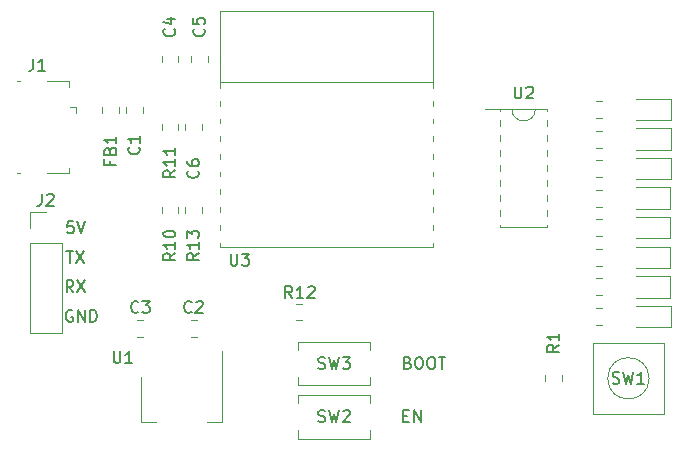
<source format=gbr>
G04 #@! TF.GenerationSoftware,KiCad,Pcbnew,(5.1.6)-1*
G04 #@! TF.CreationDate,2020-09-11T20:17:21+02:00*
G04 #@! TF.ProjectId,PacketVis,5061636b-6574-4566-9973-2e6b69636164,A01*
G04 #@! TF.SameCoordinates,Original*
G04 #@! TF.FileFunction,Legend,Top*
G04 #@! TF.FilePolarity,Positive*
%FSLAX46Y46*%
G04 Gerber Fmt 4.6, Leading zero omitted, Abs format (unit mm)*
G04 Created by KiCad (PCBNEW (5.1.6)-1) date 2020-09-11 20:17:21*
%MOMM*%
%LPD*%
G01*
G04 APERTURE LIST*
%ADD10C,0.150000*%
%ADD11C,0.200000*%
%ADD12C,0.120000*%
%ADD13C,2.000000*%
%ADD14O,1.802000X1.802000*%
%ADD15R,1.802000X1.802000*%
%ADD16R,4.102000X4.102000*%
%ADD17R,1.602000X1.002000*%
%ADD18R,1.652000X0.702000*%
%ADD19R,2.502000X2.202000*%
%ADD20R,1.652000X1.402000*%
%ADD21R,1.602000X2.102000*%
%ADD22R,3.902000X2.102000*%
%ADD23R,2.002000X1.302000*%
%ADD24O,2.002000X1.302000*%
%ADD25R,2.002000X1.602000*%
%ADD26C,1.552000*%
%ADD27R,1.452000X0.502000*%
G04 APERTURE END LIST*
D10*
X186989523Y-93452380D02*
X186513333Y-93452380D01*
X186465714Y-93928571D01*
X186513333Y-93880952D01*
X186608571Y-93833333D01*
X186846666Y-93833333D01*
X186941904Y-93880952D01*
X186989523Y-93928571D01*
X187037142Y-94023809D01*
X187037142Y-94261904D01*
X186989523Y-94357142D01*
X186941904Y-94404761D01*
X186846666Y-94452380D01*
X186608571Y-94452380D01*
X186513333Y-94404761D01*
X186465714Y-94357142D01*
X187322857Y-93452380D02*
X187656190Y-94452380D01*
X187989523Y-93452380D01*
X186918095Y-101000000D02*
X186822857Y-100952380D01*
X186680000Y-100952380D01*
X186537142Y-101000000D01*
X186441904Y-101095238D01*
X186394285Y-101190476D01*
X186346666Y-101380952D01*
X186346666Y-101523809D01*
X186394285Y-101714285D01*
X186441904Y-101809523D01*
X186537142Y-101904761D01*
X186680000Y-101952380D01*
X186775238Y-101952380D01*
X186918095Y-101904761D01*
X186965714Y-101857142D01*
X186965714Y-101523809D01*
X186775238Y-101523809D01*
X187394285Y-101952380D02*
X187394285Y-100952380D01*
X187965714Y-101952380D01*
X187965714Y-100952380D01*
X188441904Y-101952380D02*
X188441904Y-100952380D01*
X188680000Y-100952380D01*
X188822857Y-101000000D01*
X188918095Y-101095238D01*
X188965714Y-101190476D01*
X189013333Y-101380952D01*
X189013333Y-101523809D01*
X188965714Y-101714285D01*
X188918095Y-101809523D01*
X188822857Y-101904761D01*
X188680000Y-101952380D01*
X188441904Y-101952380D01*
X187013333Y-99452380D02*
X186680000Y-98976190D01*
X186441904Y-99452380D02*
X186441904Y-98452380D01*
X186822857Y-98452380D01*
X186918095Y-98500000D01*
X186965714Y-98547619D01*
X187013333Y-98642857D01*
X187013333Y-98785714D01*
X186965714Y-98880952D01*
X186918095Y-98928571D01*
X186822857Y-98976190D01*
X186441904Y-98976190D01*
X187346666Y-98452380D02*
X188013333Y-99452380D01*
X188013333Y-98452380D02*
X187346666Y-99452380D01*
X186418095Y-95952380D02*
X186989523Y-95952380D01*
X186703809Y-96952380D02*
X186703809Y-95952380D01*
X187227619Y-95952380D02*
X187894285Y-96952380D01*
X187894285Y-95952380D02*
X187227619Y-96952380D01*
D11*
X214941904Y-109928571D02*
X215275238Y-109928571D01*
X215418095Y-110452380D02*
X214941904Y-110452380D01*
X214941904Y-109452380D01*
X215418095Y-109452380D01*
X215846666Y-110452380D02*
X215846666Y-109452380D01*
X216418095Y-110452380D01*
X216418095Y-109452380D01*
X215322857Y-105428571D02*
X215465714Y-105476190D01*
X215513333Y-105523809D01*
X215560952Y-105619047D01*
X215560952Y-105761904D01*
X215513333Y-105857142D01*
X215465714Y-105904761D01*
X215370476Y-105952380D01*
X214989523Y-105952380D01*
X214989523Y-104952380D01*
X215322857Y-104952380D01*
X215418095Y-105000000D01*
X215465714Y-105047619D01*
X215513333Y-105142857D01*
X215513333Y-105238095D01*
X215465714Y-105333333D01*
X215418095Y-105380952D01*
X215322857Y-105428571D01*
X214989523Y-105428571D01*
X216180000Y-104952380D02*
X216370476Y-104952380D01*
X216465714Y-105000000D01*
X216560952Y-105095238D01*
X216608571Y-105285714D01*
X216608571Y-105619047D01*
X216560952Y-105809523D01*
X216465714Y-105904761D01*
X216370476Y-105952380D01*
X216180000Y-105952380D01*
X216084761Y-105904761D01*
X215989523Y-105809523D01*
X215941904Y-105619047D01*
X215941904Y-105285714D01*
X215989523Y-105095238D01*
X216084761Y-105000000D01*
X216180000Y-104952380D01*
X217227619Y-104952380D02*
X217418095Y-104952380D01*
X217513333Y-105000000D01*
X217608571Y-105095238D01*
X217656190Y-105285714D01*
X217656190Y-105619047D01*
X217608571Y-105809523D01*
X217513333Y-105904761D01*
X217418095Y-105952380D01*
X217227619Y-105952380D01*
X217132380Y-105904761D01*
X217037142Y-105809523D01*
X216989523Y-105619047D01*
X216989523Y-105285714D01*
X217037142Y-105095238D01*
X217132380Y-105000000D01*
X217227619Y-104952380D01*
X217941904Y-104952380D02*
X218513333Y-104952380D01*
X218227619Y-105952380D02*
X218227619Y-104952380D01*
D12*
X183350000Y-92670000D02*
X184680000Y-92670000D01*
X183350000Y-94000000D02*
X183350000Y-92670000D01*
X183350000Y-95270000D02*
X186010000Y-95270000D01*
X186010000Y-95270000D02*
X186010000Y-102950000D01*
X183350000Y-95270000D02*
X183350000Y-102950000D01*
X183350000Y-102950000D02*
X186010000Y-102950000D01*
X199430000Y-81650000D02*
X217430000Y-81650000D01*
X217430000Y-75650000D02*
X199430000Y-75650000D01*
X217430000Y-95650000D02*
X217430000Y-75650000D01*
X199430000Y-95650000D02*
X217430000Y-95650000D01*
X199430000Y-75650000D02*
X199430000Y-95650000D01*
X223130000Y-83945000D02*
X221880000Y-83945000D01*
X223130000Y-93945000D02*
X223130000Y-83945000D01*
X223130000Y-83945000D02*
X227130000Y-83945000D01*
X227130000Y-83945000D02*
X227130000Y-93945000D01*
X227130000Y-93945000D02*
X223130000Y-93945000D01*
X226130000Y-83945000D02*
G75*
G02*
X224130000Y-83945000I-1000000J0D01*
G01*
X206030000Y-107350000D02*
X206030000Y-103650000D01*
X206030000Y-103650000D02*
X212130000Y-103650000D01*
X212130000Y-103650000D02*
X212130000Y-107350000D01*
X212130000Y-107350000D02*
X206030000Y-107350000D01*
X209080000Y-103650000D02*
X212130000Y-103650000D01*
X206030000Y-111850000D02*
X206030000Y-108150000D01*
X206030000Y-108150000D02*
X212130000Y-108150000D01*
X212130000Y-108150000D02*
X212130000Y-111850000D01*
X212130000Y-111850000D02*
X206030000Y-111850000D01*
X209080000Y-108150000D02*
X212130000Y-108150000D01*
X231000000Y-103750000D02*
X237000000Y-103750000D01*
X237000000Y-103750000D02*
X237000000Y-109750000D01*
X231000000Y-109750000D02*
X231000000Y-103750000D01*
X235750000Y-106750000D02*
G75*
G03*
X235750000Y-106750000I-1750000J0D01*
G01*
X237000000Y-109750000D02*
X231000000Y-109750000D01*
X189470000Y-83741422D02*
X189470000Y-84258578D01*
X190890000Y-83741422D02*
X190890000Y-84258578D01*
X199590000Y-104400000D02*
X199590000Y-110410000D01*
X192770000Y-106650000D02*
X192770000Y-110410000D01*
X199590000Y-110410000D02*
X198330000Y-110410000D01*
X192770000Y-110410000D02*
X194030000Y-110410000D01*
X195890000Y-92758578D02*
X195890000Y-92241422D01*
X194470000Y-92758578D02*
X194470000Y-92241422D01*
X228390000Y-107008578D02*
X228390000Y-106491422D01*
X226970000Y-107008578D02*
X226970000Y-106491422D01*
X195890000Y-85758578D02*
X195890000Y-85241422D01*
X194470000Y-85758578D02*
X194470000Y-85241422D01*
X196470000Y-92241422D02*
X196470000Y-92758578D01*
X197890000Y-92241422D02*
X197890000Y-92758578D01*
X206388578Y-100420000D02*
X205871422Y-100420000D01*
X206388578Y-101840000D02*
X205871422Y-101840000D01*
X187192500Y-83800000D02*
X186742500Y-83800000D01*
X187192500Y-83800000D02*
X187192500Y-84250000D01*
X186642500Y-89400000D02*
X186642500Y-88950000D01*
X184792500Y-89400000D02*
X186642500Y-89400000D01*
X182242500Y-81600000D02*
X182492500Y-81600000D01*
X182242500Y-89400000D02*
X182492500Y-89400000D01*
X184792500Y-81600000D02*
X186642500Y-81600000D01*
X186642500Y-81600000D02*
X186642500Y-82050000D01*
X196983922Y-103210000D02*
X197501078Y-103210000D01*
X196983922Y-101790000D02*
X197501078Y-101790000D01*
X196470000Y-85241422D02*
X196470000Y-85758578D01*
X197890000Y-85241422D02*
X197890000Y-85758578D01*
X192938578Y-101790000D02*
X192421422Y-101790000D01*
X192938578Y-103210000D02*
X192421422Y-103210000D01*
X191470000Y-83741422D02*
X191470000Y-84258578D01*
X192890000Y-83741422D02*
X192890000Y-84258578D01*
X198390000Y-80008578D02*
X198390000Y-79491422D01*
X196970000Y-80008578D02*
X196970000Y-79491422D01*
X195890000Y-80008578D02*
X195890000Y-79491422D01*
X194470000Y-80008578D02*
X194470000Y-79491422D01*
X231251422Y-102210000D02*
X231768578Y-102210000D01*
X231251422Y-100790000D02*
X231768578Y-100790000D01*
X231251422Y-99710000D02*
X231768578Y-99710000D01*
X231251422Y-98290000D02*
X231768578Y-98290000D01*
X231251422Y-97210000D02*
X231768578Y-97210000D01*
X231251422Y-95790000D02*
X231768578Y-95790000D01*
X231251422Y-94710000D02*
X231768578Y-94710000D01*
X231251422Y-93290000D02*
X231768578Y-93290000D01*
X231251422Y-92210000D02*
X231768578Y-92210000D01*
X231251422Y-90790000D02*
X231768578Y-90790000D01*
X231251422Y-89710000D02*
X231768578Y-89710000D01*
X231251422Y-88290000D02*
X231768578Y-88290000D01*
X231251422Y-87210000D02*
X231768578Y-87210000D01*
X231251422Y-85790000D02*
X231768578Y-85790000D01*
X231251422Y-84710000D02*
X231768578Y-84710000D01*
X231251422Y-83290000D02*
X231768578Y-83290000D01*
X237565000Y-83090000D02*
X234680000Y-83090000D01*
X237565000Y-84910000D02*
X237565000Y-83090000D01*
X234680000Y-84910000D02*
X237565000Y-84910000D01*
X237565000Y-100590000D02*
X234680000Y-100590000D01*
X237565000Y-102410000D02*
X237565000Y-100590000D01*
X234680000Y-102410000D02*
X237565000Y-102410000D01*
X237527500Y-98090000D02*
X234642500Y-98090000D01*
X237527500Y-99910000D02*
X237527500Y-98090000D01*
X234642500Y-99910000D02*
X237527500Y-99910000D01*
X237527500Y-95590000D02*
X234642500Y-95590000D01*
X237527500Y-97410000D02*
X237527500Y-95590000D01*
X234642500Y-97410000D02*
X237527500Y-97410000D01*
X237527500Y-93090000D02*
X234642500Y-93090000D01*
X237527500Y-94910000D02*
X237527500Y-93090000D01*
X234642500Y-94910000D02*
X237527500Y-94910000D01*
X237527500Y-90590000D02*
X234642500Y-90590000D01*
X237527500Y-92410000D02*
X237527500Y-90590000D01*
X234642500Y-92410000D02*
X237527500Y-92410000D01*
X237565000Y-88090000D02*
X234680000Y-88090000D01*
X237565000Y-89910000D02*
X237565000Y-88090000D01*
X234680000Y-89910000D02*
X237565000Y-89910000D01*
X237565000Y-85590000D02*
X234680000Y-85590000D01*
X237565000Y-87410000D02*
X237565000Y-85590000D01*
X234680000Y-87410000D02*
X237565000Y-87410000D01*
D10*
X184346666Y-91122380D02*
X184346666Y-91836666D01*
X184299047Y-91979523D01*
X184203809Y-92074761D01*
X184060952Y-92122380D01*
X183965714Y-92122380D01*
X184775238Y-91217619D02*
X184822857Y-91170000D01*
X184918095Y-91122380D01*
X185156190Y-91122380D01*
X185251428Y-91170000D01*
X185299047Y-91217619D01*
X185346666Y-91312857D01*
X185346666Y-91408095D01*
X185299047Y-91550952D01*
X184727619Y-92122380D01*
X185346666Y-92122380D01*
X200318095Y-96202380D02*
X200318095Y-97011904D01*
X200365714Y-97107142D01*
X200413333Y-97154761D01*
X200508571Y-97202380D01*
X200699047Y-97202380D01*
X200794285Y-97154761D01*
X200841904Y-97107142D01*
X200889523Y-97011904D01*
X200889523Y-96202380D01*
X201270476Y-96202380D02*
X201889523Y-96202380D01*
X201556190Y-96583333D01*
X201699047Y-96583333D01*
X201794285Y-96630952D01*
X201841904Y-96678571D01*
X201889523Y-96773809D01*
X201889523Y-97011904D01*
X201841904Y-97107142D01*
X201794285Y-97154761D01*
X201699047Y-97202380D01*
X201413333Y-97202380D01*
X201318095Y-97154761D01*
X201270476Y-97107142D01*
X224368095Y-82047380D02*
X224368095Y-82856904D01*
X224415714Y-82952142D01*
X224463333Y-82999761D01*
X224558571Y-83047380D01*
X224749047Y-83047380D01*
X224844285Y-82999761D01*
X224891904Y-82952142D01*
X224939523Y-82856904D01*
X224939523Y-82047380D01*
X225368095Y-82142619D02*
X225415714Y-82095000D01*
X225510952Y-82047380D01*
X225749047Y-82047380D01*
X225844285Y-82095000D01*
X225891904Y-82142619D01*
X225939523Y-82237857D01*
X225939523Y-82333095D01*
X225891904Y-82475952D01*
X225320476Y-83047380D01*
X225939523Y-83047380D01*
X207746666Y-105904761D02*
X207889523Y-105952380D01*
X208127619Y-105952380D01*
X208222857Y-105904761D01*
X208270476Y-105857142D01*
X208318095Y-105761904D01*
X208318095Y-105666666D01*
X208270476Y-105571428D01*
X208222857Y-105523809D01*
X208127619Y-105476190D01*
X207937142Y-105428571D01*
X207841904Y-105380952D01*
X207794285Y-105333333D01*
X207746666Y-105238095D01*
X207746666Y-105142857D01*
X207794285Y-105047619D01*
X207841904Y-105000000D01*
X207937142Y-104952380D01*
X208175238Y-104952380D01*
X208318095Y-105000000D01*
X208651428Y-104952380D02*
X208889523Y-105952380D01*
X209080000Y-105238095D01*
X209270476Y-105952380D01*
X209508571Y-104952380D01*
X209794285Y-104952380D02*
X210413333Y-104952380D01*
X210080000Y-105333333D01*
X210222857Y-105333333D01*
X210318095Y-105380952D01*
X210365714Y-105428571D01*
X210413333Y-105523809D01*
X210413333Y-105761904D01*
X210365714Y-105857142D01*
X210318095Y-105904761D01*
X210222857Y-105952380D01*
X209937142Y-105952380D01*
X209841904Y-105904761D01*
X209794285Y-105857142D01*
X207746666Y-110404761D02*
X207889523Y-110452380D01*
X208127619Y-110452380D01*
X208222857Y-110404761D01*
X208270476Y-110357142D01*
X208318095Y-110261904D01*
X208318095Y-110166666D01*
X208270476Y-110071428D01*
X208222857Y-110023809D01*
X208127619Y-109976190D01*
X207937142Y-109928571D01*
X207841904Y-109880952D01*
X207794285Y-109833333D01*
X207746666Y-109738095D01*
X207746666Y-109642857D01*
X207794285Y-109547619D01*
X207841904Y-109500000D01*
X207937142Y-109452380D01*
X208175238Y-109452380D01*
X208318095Y-109500000D01*
X208651428Y-109452380D02*
X208889523Y-110452380D01*
X209080000Y-109738095D01*
X209270476Y-110452380D01*
X209508571Y-109452380D01*
X209841904Y-109547619D02*
X209889523Y-109500000D01*
X209984761Y-109452380D01*
X210222857Y-109452380D01*
X210318095Y-109500000D01*
X210365714Y-109547619D01*
X210413333Y-109642857D01*
X210413333Y-109738095D01*
X210365714Y-109880952D01*
X209794285Y-110452380D01*
X210413333Y-110452380D01*
X232666666Y-107154761D02*
X232809523Y-107202380D01*
X233047619Y-107202380D01*
X233142857Y-107154761D01*
X233190476Y-107107142D01*
X233238095Y-107011904D01*
X233238095Y-106916666D01*
X233190476Y-106821428D01*
X233142857Y-106773809D01*
X233047619Y-106726190D01*
X232857142Y-106678571D01*
X232761904Y-106630952D01*
X232714285Y-106583333D01*
X232666666Y-106488095D01*
X232666666Y-106392857D01*
X232714285Y-106297619D01*
X232761904Y-106250000D01*
X232857142Y-106202380D01*
X233095238Y-106202380D01*
X233238095Y-106250000D01*
X233571428Y-106202380D02*
X233809523Y-107202380D01*
X234000000Y-106488095D01*
X234190476Y-107202380D01*
X234428571Y-106202380D01*
X235333333Y-107202380D02*
X234761904Y-107202380D01*
X235047619Y-107202380D02*
X235047619Y-106202380D01*
X234952380Y-106345238D01*
X234857142Y-106440476D01*
X234761904Y-106488095D01*
X190108571Y-88333333D02*
X190108571Y-88666666D01*
X190632380Y-88666666D02*
X189632380Y-88666666D01*
X189632380Y-88190476D01*
X190108571Y-87476190D02*
X190156190Y-87333333D01*
X190203809Y-87285714D01*
X190299047Y-87238095D01*
X190441904Y-87238095D01*
X190537142Y-87285714D01*
X190584761Y-87333333D01*
X190632380Y-87428571D01*
X190632380Y-87809523D01*
X189632380Y-87809523D01*
X189632380Y-87476190D01*
X189680000Y-87380952D01*
X189727619Y-87333333D01*
X189822857Y-87285714D01*
X189918095Y-87285714D01*
X190013333Y-87333333D01*
X190060952Y-87380952D01*
X190108571Y-87476190D01*
X190108571Y-87809523D01*
X190632380Y-86285714D02*
X190632380Y-86857142D01*
X190632380Y-86571428D02*
X189632380Y-86571428D01*
X189775238Y-86666666D01*
X189870476Y-86761904D01*
X189918095Y-86857142D01*
X190418095Y-104452380D02*
X190418095Y-105261904D01*
X190465714Y-105357142D01*
X190513333Y-105404761D01*
X190608571Y-105452380D01*
X190799047Y-105452380D01*
X190894285Y-105404761D01*
X190941904Y-105357142D01*
X190989523Y-105261904D01*
X190989523Y-104452380D01*
X191989523Y-105452380D02*
X191418095Y-105452380D01*
X191703809Y-105452380D02*
X191703809Y-104452380D01*
X191608571Y-104595238D01*
X191513333Y-104690476D01*
X191418095Y-104738095D01*
X195632380Y-96142857D02*
X195156190Y-96476190D01*
X195632380Y-96714285D02*
X194632380Y-96714285D01*
X194632380Y-96333333D01*
X194680000Y-96238095D01*
X194727619Y-96190476D01*
X194822857Y-96142857D01*
X194965714Y-96142857D01*
X195060952Y-96190476D01*
X195108571Y-96238095D01*
X195156190Y-96333333D01*
X195156190Y-96714285D01*
X195632380Y-95190476D02*
X195632380Y-95761904D01*
X195632380Y-95476190D02*
X194632380Y-95476190D01*
X194775238Y-95571428D01*
X194870476Y-95666666D01*
X194918095Y-95761904D01*
X194632380Y-94571428D02*
X194632380Y-94476190D01*
X194680000Y-94380952D01*
X194727619Y-94333333D01*
X194822857Y-94285714D01*
X195013333Y-94238095D01*
X195251428Y-94238095D01*
X195441904Y-94285714D01*
X195537142Y-94333333D01*
X195584761Y-94380952D01*
X195632380Y-94476190D01*
X195632380Y-94571428D01*
X195584761Y-94666666D01*
X195537142Y-94714285D01*
X195441904Y-94761904D01*
X195251428Y-94809523D01*
X195013333Y-94809523D01*
X194822857Y-94761904D01*
X194727619Y-94714285D01*
X194680000Y-94666666D01*
X194632380Y-94571428D01*
X228132380Y-103916666D02*
X227656190Y-104250000D01*
X228132380Y-104488095D02*
X227132380Y-104488095D01*
X227132380Y-104107142D01*
X227180000Y-104011904D01*
X227227619Y-103964285D01*
X227322857Y-103916666D01*
X227465714Y-103916666D01*
X227560952Y-103964285D01*
X227608571Y-104011904D01*
X227656190Y-104107142D01*
X227656190Y-104488095D01*
X228132380Y-102964285D02*
X228132380Y-103535714D01*
X228132380Y-103250000D02*
X227132380Y-103250000D01*
X227275238Y-103345238D01*
X227370476Y-103440476D01*
X227418095Y-103535714D01*
X195632380Y-89142857D02*
X195156190Y-89476190D01*
X195632380Y-89714285D02*
X194632380Y-89714285D01*
X194632380Y-89333333D01*
X194680000Y-89238095D01*
X194727619Y-89190476D01*
X194822857Y-89142857D01*
X194965714Y-89142857D01*
X195060952Y-89190476D01*
X195108571Y-89238095D01*
X195156190Y-89333333D01*
X195156190Y-89714285D01*
X195632380Y-88190476D02*
X195632380Y-88761904D01*
X195632380Y-88476190D02*
X194632380Y-88476190D01*
X194775238Y-88571428D01*
X194870476Y-88666666D01*
X194918095Y-88761904D01*
X195632380Y-87238095D02*
X195632380Y-87809523D01*
X195632380Y-87523809D02*
X194632380Y-87523809D01*
X194775238Y-87619047D01*
X194870476Y-87714285D01*
X194918095Y-87809523D01*
X197632380Y-96142857D02*
X197156190Y-96476190D01*
X197632380Y-96714285D02*
X196632380Y-96714285D01*
X196632380Y-96333333D01*
X196680000Y-96238095D01*
X196727619Y-96190476D01*
X196822857Y-96142857D01*
X196965714Y-96142857D01*
X197060952Y-96190476D01*
X197108571Y-96238095D01*
X197156190Y-96333333D01*
X197156190Y-96714285D01*
X197632380Y-95190476D02*
X197632380Y-95761904D01*
X197632380Y-95476190D02*
X196632380Y-95476190D01*
X196775238Y-95571428D01*
X196870476Y-95666666D01*
X196918095Y-95761904D01*
X196632380Y-94857142D02*
X196632380Y-94238095D01*
X197013333Y-94571428D01*
X197013333Y-94428571D01*
X197060952Y-94333333D01*
X197108571Y-94285714D01*
X197203809Y-94238095D01*
X197441904Y-94238095D01*
X197537142Y-94285714D01*
X197584761Y-94333333D01*
X197632380Y-94428571D01*
X197632380Y-94714285D01*
X197584761Y-94809523D01*
X197537142Y-94857142D01*
X205537142Y-99952380D02*
X205203809Y-99476190D01*
X204965714Y-99952380D02*
X204965714Y-98952380D01*
X205346666Y-98952380D01*
X205441904Y-99000000D01*
X205489523Y-99047619D01*
X205537142Y-99142857D01*
X205537142Y-99285714D01*
X205489523Y-99380952D01*
X205441904Y-99428571D01*
X205346666Y-99476190D01*
X204965714Y-99476190D01*
X206489523Y-99952380D02*
X205918095Y-99952380D01*
X206203809Y-99952380D02*
X206203809Y-98952380D01*
X206108571Y-99095238D01*
X206013333Y-99190476D01*
X205918095Y-99238095D01*
X206870476Y-99047619D02*
X206918095Y-99000000D01*
X207013333Y-98952380D01*
X207251428Y-98952380D01*
X207346666Y-99000000D01*
X207394285Y-99047619D01*
X207441904Y-99142857D01*
X207441904Y-99238095D01*
X207394285Y-99380952D01*
X206822857Y-99952380D01*
X207441904Y-99952380D01*
X183596666Y-79702380D02*
X183596666Y-80416666D01*
X183549047Y-80559523D01*
X183453809Y-80654761D01*
X183310952Y-80702380D01*
X183215714Y-80702380D01*
X184596666Y-80702380D02*
X184025238Y-80702380D01*
X184310952Y-80702380D02*
X184310952Y-79702380D01*
X184215714Y-79845238D01*
X184120476Y-79940476D01*
X184025238Y-79988095D01*
X197013333Y-101107142D02*
X196965714Y-101154761D01*
X196822857Y-101202380D01*
X196727619Y-101202380D01*
X196584761Y-101154761D01*
X196489523Y-101059523D01*
X196441904Y-100964285D01*
X196394285Y-100773809D01*
X196394285Y-100630952D01*
X196441904Y-100440476D01*
X196489523Y-100345238D01*
X196584761Y-100250000D01*
X196727619Y-100202380D01*
X196822857Y-100202380D01*
X196965714Y-100250000D01*
X197013333Y-100297619D01*
X197394285Y-100297619D02*
X197441904Y-100250000D01*
X197537142Y-100202380D01*
X197775238Y-100202380D01*
X197870476Y-100250000D01*
X197918095Y-100297619D01*
X197965714Y-100392857D01*
X197965714Y-100488095D01*
X197918095Y-100630952D01*
X197346666Y-101202380D01*
X197965714Y-101202380D01*
X197537142Y-89166666D02*
X197584761Y-89214285D01*
X197632380Y-89357142D01*
X197632380Y-89452380D01*
X197584761Y-89595238D01*
X197489523Y-89690476D01*
X197394285Y-89738095D01*
X197203809Y-89785714D01*
X197060952Y-89785714D01*
X196870476Y-89738095D01*
X196775238Y-89690476D01*
X196680000Y-89595238D01*
X196632380Y-89452380D01*
X196632380Y-89357142D01*
X196680000Y-89214285D01*
X196727619Y-89166666D01*
X196632380Y-88309523D02*
X196632380Y-88500000D01*
X196680000Y-88595238D01*
X196727619Y-88642857D01*
X196870476Y-88738095D01*
X197060952Y-88785714D01*
X197441904Y-88785714D01*
X197537142Y-88738095D01*
X197584761Y-88690476D01*
X197632380Y-88595238D01*
X197632380Y-88404761D01*
X197584761Y-88309523D01*
X197537142Y-88261904D01*
X197441904Y-88214285D01*
X197203809Y-88214285D01*
X197108571Y-88261904D01*
X197060952Y-88309523D01*
X197013333Y-88404761D01*
X197013333Y-88595238D01*
X197060952Y-88690476D01*
X197108571Y-88738095D01*
X197203809Y-88785714D01*
X192513333Y-101107142D02*
X192465714Y-101154761D01*
X192322857Y-101202380D01*
X192227619Y-101202380D01*
X192084761Y-101154761D01*
X191989523Y-101059523D01*
X191941904Y-100964285D01*
X191894285Y-100773809D01*
X191894285Y-100630952D01*
X191941904Y-100440476D01*
X191989523Y-100345238D01*
X192084761Y-100250000D01*
X192227619Y-100202380D01*
X192322857Y-100202380D01*
X192465714Y-100250000D01*
X192513333Y-100297619D01*
X192846666Y-100202380D02*
X193465714Y-100202380D01*
X193132380Y-100583333D01*
X193275238Y-100583333D01*
X193370476Y-100630952D01*
X193418095Y-100678571D01*
X193465714Y-100773809D01*
X193465714Y-101011904D01*
X193418095Y-101107142D01*
X193370476Y-101154761D01*
X193275238Y-101202380D01*
X192989523Y-101202380D01*
X192894285Y-101154761D01*
X192846666Y-101107142D01*
X192537142Y-87166666D02*
X192584761Y-87214285D01*
X192632380Y-87357142D01*
X192632380Y-87452380D01*
X192584761Y-87595238D01*
X192489523Y-87690476D01*
X192394285Y-87738095D01*
X192203809Y-87785714D01*
X192060952Y-87785714D01*
X191870476Y-87738095D01*
X191775238Y-87690476D01*
X191680000Y-87595238D01*
X191632380Y-87452380D01*
X191632380Y-87357142D01*
X191680000Y-87214285D01*
X191727619Y-87166666D01*
X192632380Y-86214285D02*
X192632380Y-86785714D01*
X192632380Y-86500000D02*
X191632380Y-86500000D01*
X191775238Y-86595238D01*
X191870476Y-86690476D01*
X191918095Y-86785714D01*
X198037142Y-77166666D02*
X198084761Y-77214285D01*
X198132380Y-77357142D01*
X198132380Y-77452380D01*
X198084761Y-77595238D01*
X197989523Y-77690476D01*
X197894285Y-77738095D01*
X197703809Y-77785714D01*
X197560952Y-77785714D01*
X197370476Y-77738095D01*
X197275238Y-77690476D01*
X197180000Y-77595238D01*
X197132380Y-77452380D01*
X197132380Y-77357142D01*
X197180000Y-77214285D01*
X197227619Y-77166666D01*
X197132380Y-76261904D02*
X197132380Y-76738095D01*
X197608571Y-76785714D01*
X197560952Y-76738095D01*
X197513333Y-76642857D01*
X197513333Y-76404761D01*
X197560952Y-76309523D01*
X197608571Y-76261904D01*
X197703809Y-76214285D01*
X197941904Y-76214285D01*
X198037142Y-76261904D01*
X198084761Y-76309523D01*
X198132380Y-76404761D01*
X198132380Y-76642857D01*
X198084761Y-76738095D01*
X198037142Y-76785714D01*
X195537142Y-77166666D02*
X195584761Y-77214285D01*
X195632380Y-77357142D01*
X195632380Y-77452380D01*
X195584761Y-77595238D01*
X195489523Y-77690476D01*
X195394285Y-77738095D01*
X195203809Y-77785714D01*
X195060952Y-77785714D01*
X194870476Y-77738095D01*
X194775238Y-77690476D01*
X194680000Y-77595238D01*
X194632380Y-77452380D01*
X194632380Y-77357142D01*
X194680000Y-77214285D01*
X194727619Y-77166666D01*
X194965714Y-76309523D02*
X195632380Y-76309523D01*
X194584761Y-76547619D02*
X195299047Y-76785714D01*
X195299047Y-76166666D01*
%LPC*%
X212601428Y-116065476D02*
X212601428Y-114815476D01*
X213115714Y-114815476D01*
X213244285Y-114875000D01*
X213308571Y-114934523D01*
X213372857Y-115053571D01*
X213372857Y-115232142D01*
X213308571Y-115351190D01*
X213244285Y-115410714D01*
X213115714Y-115470238D01*
X212601428Y-115470238D01*
X214530000Y-116065476D02*
X214530000Y-115410714D01*
X214465714Y-115291666D01*
X214337142Y-115232142D01*
X214080000Y-115232142D01*
X213951428Y-115291666D01*
X214530000Y-116005952D02*
X214401428Y-116065476D01*
X214080000Y-116065476D01*
X213951428Y-116005952D01*
X213887142Y-115886904D01*
X213887142Y-115767857D01*
X213951428Y-115648809D01*
X214080000Y-115589285D01*
X214401428Y-115589285D01*
X214530000Y-115529761D01*
X215751428Y-116005952D02*
X215622857Y-116065476D01*
X215365714Y-116065476D01*
X215237142Y-116005952D01*
X215172857Y-115946428D01*
X215108571Y-115827380D01*
X215108571Y-115470238D01*
X215172857Y-115351190D01*
X215237142Y-115291666D01*
X215365714Y-115232142D01*
X215622857Y-115232142D01*
X215751428Y-115291666D01*
X216330000Y-116065476D02*
X216330000Y-114815476D01*
X216458571Y-115589285D02*
X216844285Y-116065476D01*
X216844285Y-115232142D02*
X216330000Y-115708333D01*
X217937142Y-116005952D02*
X217808571Y-116065476D01*
X217551428Y-116065476D01*
X217422857Y-116005952D01*
X217358571Y-115886904D01*
X217358571Y-115410714D01*
X217422857Y-115291666D01*
X217551428Y-115232142D01*
X217808571Y-115232142D01*
X217937142Y-115291666D01*
X218001428Y-115410714D01*
X218001428Y-115529761D01*
X217358571Y-115648809D01*
X218387142Y-115232142D02*
X218901428Y-115232142D01*
X218580000Y-114815476D02*
X218580000Y-115886904D01*
X218644285Y-116005952D01*
X218772857Y-116065476D01*
X218901428Y-116065476D01*
X219158571Y-114815476D02*
X219608571Y-116065476D01*
X220058571Y-114815476D01*
X220508571Y-116065476D02*
X220508571Y-115232142D01*
X220508571Y-114815476D02*
X220444285Y-114875000D01*
X220508571Y-114934523D01*
X220572857Y-114875000D01*
X220508571Y-114815476D01*
X220508571Y-114934523D01*
X221087142Y-116005952D02*
X221215714Y-116065476D01*
X221472857Y-116065476D01*
X221601428Y-116005952D01*
X221665714Y-115886904D01*
X221665714Y-115827380D01*
X221601428Y-115708333D01*
X221472857Y-115648809D01*
X221280000Y-115648809D01*
X221151428Y-115589285D01*
X221087142Y-115470238D01*
X221087142Y-115410714D01*
X221151428Y-115291666D01*
X221280000Y-115232142D01*
X221472857Y-115232142D01*
X221601428Y-115291666D01*
X224044285Y-116065476D02*
X223594285Y-115470238D01*
X223272857Y-116065476D02*
X223272857Y-114815476D01*
X223787142Y-114815476D01*
X223915714Y-114875000D01*
X223980000Y-114934523D01*
X224044285Y-115053571D01*
X224044285Y-115232142D01*
X223980000Y-115351190D01*
X223915714Y-115410714D01*
X223787142Y-115470238D01*
X223272857Y-115470238D01*
X224622857Y-115410714D02*
X225072857Y-115410714D01*
X225265714Y-116065476D02*
X224622857Y-116065476D01*
X224622857Y-114815476D01*
X225265714Y-114815476D01*
X225651428Y-114815476D02*
X226101428Y-116065476D01*
X226551428Y-114815476D01*
X227001428Y-115946428D02*
X227065714Y-116005952D01*
X227001428Y-116065476D01*
X226937142Y-116005952D01*
X227001428Y-115946428D01*
X227001428Y-116065476D01*
X227001428Y-115291666D02*
X227065714Y-115351190D01*
X227001428Y-115410714D01*
X226937142Y-115351190D01*
X227001428Y-115291666D01*
X227001428Y-115410714D01*
X228608571Y-115708333D02*
X229251428Y-115708333D01*
X228480000Y-116065476D02*
X228930000Y-114815476D01*
X229380000Y-116065476D01*
X230087142Y-114815476D02*
X230215714Y-114815476D01*
X230344285Y-114875000D01*
X230408571Y-114934523D01*
X230472857Y-115053571D01*
X230537142Y-115291666D01*
X230537142Y-115589285D01*
X230472857Y-115827380D01*
X230408571Y-115946428D01*
X230344285Y-116005952D01*
X230215714Y-116065476D01*
X230087142Y-116065476D01*
X229958571Y-116005952D01*
X229894285Y-115946428D01*
X229830000Y-115827380D01*
X229765714Y-115589285D01*
X229765714Y-115291666D01*
X229830000Y-115053571D01*
X229894285Y-114934523D01*
X229958571Y-114875000D01*
X230087142Y-114815476D01*
X231051428Y-114934523D02*
X231115714Y-114875000D01*
X231244285Y-114815476D01*
X231565714Y-114815476D01*
X231694285Y-114875000D01*
X231758571Y-114934523D01*
X231822857Y-115053571D01*
X231822857Y-115172619D01*
X231758571Y-115351190D01*
X230987142Y-116065476D01*
X231822857Y-116065476D01*
D13*
X188180000Y-79000000D02*
G75*
G03*
X188180000Y-79000000I-1000000J0D01*
G01*
X236680000Y-79000000D02*
G75*
G03*
X236680000Y-79000000I-1000000J0D01*
G01*
D14*
X184680000Y-101620000D03*
X184680000Y-99080000D03*
X184680000Y-96540000D03*
D15*
X184680000Y-94000000D03*
D16*
X209530000Y-91260000D03*
D17*
X217180000Y-82750000D03*
X217180000Y-84250000D03*
X217180000Y-85750000D03*
X217180000Y-87250000D03*
X217180000Y-88750000D03*
X217180000Y-90250000D03*
X217180000Y-91750000D03*
X217180000Y-93250000D03*
X217180000Y-94750000D03*
X199680000Y-94750000D03*
X199680000Y-93250000D03*
X199680000Y-91750000D03*
X199680000Y-90250000D03*
X199680000Y-88750000D03*
X199680000Y-87250000D03*
X199680000Y-85750000D03*
X199680000Y-84250000D03*
X199680000Y-82750000D03*
D18*
X227830000Y-84500000D03*
X227830000Y-85770000D03*
X227830000Y-87040000D03*
X227830000Y-88310000D03*
X227830000Y-89580000D03*
X227830000Y-90850000D03*
X227830000Y-92120000D03*
X227830000Y-93390000D03*
X222430000Y-93390000D03*
X222430000Y-92120000D03*
X222430000Y-90850000D03*
X222430000Y-89580000D03*
X222430000Y-88310000D03*
X222430000Y-87040000D03*
X222430000Y-85770000D03*
X222430000Y-84500000D03*
D19*
X205180000Y-105500000D03*
X212980000Y-105500000D03*
X205180000Y-110000000D03*
X212980000Y-110000000D03*
D20*
X237975000Y-104500000D03*
X237975000Y-109000000D03*
X230025000Y-109000000D03*
X230025000Y-104500000D03*
G36*
G01*
X189698250Y-84399000D02*
X190661750Y-84399000D01*
G75*
G02*
X190931000Y-84668250I0J-269250D01*
G01*
X190931000Y-85206750D01*
G75*
G02*
X190661750Y-85476000I-269250J0D01*
G01*
X189698250Y-85476000D01*
G75*
G02*
X189429000Y-85206750I0J269250D01*
G01*
X189429000Y-84668250D01*
G75*
G02*
X189698250Y-84399000I269250J0D01*
G01*
G37*
G36*
G01*
X189698250Y-82524000D02*
X190661750Y-82524000D01*
G75*
G02*
X190931000Y-82793250I0J-269250D01*
G01*
X190931000Y-83331750D01*
G75*
G02*
X190661750Y-83601000I-269250J0D01*
G01*
X189698250Y-83601000D01*
G75*
G02*
X189429000Y-83331750I0J269250D01*
G01*
X189429000Y-82793250D01*
G75*
G02*
X189698250Y-82524000I269250J0D01*
G01*
G37*
D21*
X198480000Y-105350000D03*
X193880000Y-105350000D03*
X196180000Y-105350000D03*
D22*
X196180000Y-111650000D03*
G36*
G01*
X195661750Y-92101000D02*
X194698250Y-92101000D01*
G75*
G02*
X194429000Y-91831750I0J269250D01*
G01*
X194429000Y-91293250D01*
G75*
G02*
X194698250Y-91024000I269250J0D01*
G01*
X195661750Y-91024000D01*
G75*
G02*
X195931000Y-91293250I0J-269250D01*
G01*
X195931000Y-91831750D01*
G75*
G02*
X195661750Y-92101000I-269250J0D01*
G01*
G37*
G36*
G01*
X195661750Y-93976000D02*
X194698250Y-93976000D01*
G75*
G02*
X194429000Y-93706750I0J269250D01*
G01*
X194429000Y-93168250D01*
G75*
G02*
X194698250Y-92899000I269250J0D01*
G01*
X195661750Y-92899000D01*
G75*
G02*
X195931000Y-93168250I0J-269250D01*
G01*
X195931000Y-93706750D01*
G75*
G02*
X195661750Y-93976000I-269250J0D01*
G01*
G37*
G36*
G01*
X228161750Y-106351000D02*
X227198250Y-106351000D01*
G75*
G02*
X226929000Y-106081750I0J269250D01*
G01*
X226929000Y-105543250D01*
G75*
G02*
X227198250Y-105274000I269250J0D01*
G01*
X228161750Y-105274000D01*
G75*
G02*
X228431000Y-105543250I0J-269250D01*
G01*
X228431000Y-106081750D01*
G75*
G02*
X228161750Y-106351000I-269250J0D01*
G01*
G37*
G36*
G01*
X228161750Y-108226000D02*
X227198250Y-108226000D01*
G75*
G02*
X226929000Y-107956750I0J269250D01*
G01*
X226929000Y-107418250D01*
G75*
G02*
X227198250Y-107149000I269250J0D01*
G01*
X228161750Y-107149000D01*
G75*
G02*
X228431000Y-107418250I0J-269250D01*
G01*
X228431000Y-107956750D01*
G75*
G02*
X228161750Y-108226000I-269250J0D01*
G01*
G37*
G36*
G01*
X195661750Y-85101000D02*
X194698250Y-85101000D01*
G75*
G02*
X194429000Y-84831750I0J269250D01*
G01*
X194429000Y-84293250D01*
G75*
G02*
X194698250Y-84024000I269250J0D01*
G01*
X195661750Y-84024000D01*
G75*
G02*
X195931000Y-84293250I0J-269250D01*
G01*
X195931000Y-84831750D01*
G75*
G02*
X195661750Y-85101000I-269250J0D01*
G01*
G37*
G36*
G01*
X195661750Y-86976000D02*
X194698250Y-86976000D01*
G75*
G02*
X194429000Y-86706750I0J269250D01*
G01*
X194429000Y-86168250D01*
G75*
G02*
X194698250Y-85899000I269250J0D01*
G01*
X195661750Y-85899000D01*
G75*
G02*
X195931000Y-86168250I0J-269250D01*
G01*
X195931000Y-86706750D01*
G75*
G02*
X195661750Y-86976000I-269250J0D01*
G01*
G37*
G36*
G01*
X196698250Y-92899000D02*
X197661750Y-92899000D01*
G75*
G02*
X197931000Y-93168250I0J-269250D01*
G01*
X197931000Y-93706750D01*
G75*
G02*
X197661750Y-93976000I-269250J0D01*
G01*
X196698250Y-93976000D01*
G75*
G02*
X196429000Y-93706750I0J269250D01*
G01*
X196429000Y-93168250D01*
G75*
G02*
X196698250Y-92899000I269250J0D01*
G01*
G37*
G36*
G01*
X196698250Y-91024000D02*
X197661750Y-91024000D01*
G75*
G02*
X197931000Y-91293250I0J-269250D01*
G01*
X197931000Y-91831750D01*
G75*
G02*
X197661750Y-92101000I-269250J0D01*
G01*
X196698250Y-92101000D01*
G75*
G02*
X196429000Y-91831750I0J269250D01*
G01*
X196429000Y-91293250D01*
G75*
G02*
X196698250Y-91024000I269250J0D01*
G01*
G37*
G36*
G01*
X205731000Y-100648250D02*
X205731000Y-101611750D01*
G75*
G02*
X205461750Y-101881000I-269250J0D01*
G01*
X204923250Y-101881000D01*
G75*
G02*
X204654000Y-101611750I0J269250D01*
G01*
X204654000Y-100648250D01*
G75*
G02*
X204923250Y-100379000I269250J0D01*
G01*
X205461750Y-100379000D01*
G75*
G02*
X205731000Y-100648250I0J-269250D01*
G01*
G37*
G36*
G01*
X207606000Y-100648250D02*
X207606000Y-101611750D01*
G75*
G02*
X207336750Y-101881000I-269250J0D01*
G01*
X206798250Y-101881000D01*
G75*
G02*
X206529000Y-101611750I0J269250D01*
G01*
X206529000Y-100648250D01*
G75*
G02*
X206798250Y-100379000I269250J0D01*
G01*
X207336750Y-100379000D01*
G75*
G02*
X207606000Y-100648250I0J-269250D01*
G01*
G37*
D23*
X183642500Y-82600000D03*
X183642500Y-88400000D03*
D24*
X183642500Y-89000000D03*
X183642500Y-82000000D03*
D25*
X183642500Y-84500000D03*
D26*
X186342500Y-88000000D03*
D27*
X186342500Y-85500000D03*
X186342500Y-86150000D03*
X186342500Y-86800000D03*
X186342500Y-84200000D03*
X186342500Y-84850000D03*
D26*
X186342500Y-83000000D03*
D25*
X183642500Y-86500000D03*
G36*
G01*
X197641500Y-102981750D02*
X197641500Y-102018250D01*
G75*
G02*
X197910750Y-101749000I269250J0D01*
G01*
X198449250Y-101749000D01*
G75*
G02*
X198718500Y-102018250I0J-269250D01*
G01*
X198718500Y-102981750D01*
G75*
G02*
X198449250Y-103251000I-269250J0D01*
G01*
X197910750Y-103251000D01*
G75*
G02*
X197641500Y-102981750I0J269250D01*
G01*
G37*
G36*
G01*
X195766500Y-102981750D02*
X195766500Y-102018250D01*
G75*
G02*
X196035750Y-101749000I269250J0D01*
G01*
X196574250Y-101749000D01*
G75*
G02*
X196843500Y-102018250I0J-269250D01*
G01*
X196843500Y-102981750D01*
G75*
G02*
X196574250Y-103251000I-269250J0D01*
G01*
X196035750Y-103251000D01*
G75*
G02*
X195766500Y-102981750I0J269250D01*
G01*
G37*
G36*
G01*
X196698250Y-85899000D02*
X197661750Y-85899000D01*
G75*
G02*
X197931000Y-86168250I0J-269250D01*
G01*
X197931000Y-86706750D01*
G75*
G02*
X197661750Y-86976000I-269250J0D01*
G01*
X196698250Y-86976000D01*
G75*
G02*
X196429000Y-86706750I0J269250D01*
G01*
X196429000Y-86168250D01*
G75*
G02*
X196698250Y-85899000I269250J0D01*
G01*
G37*
G36*
G01*
X196698250Y-84024000D02*
X197661750Y-84024000D01*
G75*
G02*
X197931000Y-84293250I0J-269250D01*
G01*
X197931000Y-84831750D01*
G75*
G02*
X197661750Y-85101000I-269250J0D01*
G01*
X196698250Y-85101000D01*
G75*
G02*
X196429000Y-84831750I0J269250D01*
G01*
X196429000Y-84293250D01*
G75*
G02*
X196698250Y-84024000I269250J0D01*
G01*
G37*
G36*
G01*
X192281000Y-102018250D02*
X192281000Y-102981750D01*
G75*
G02*
X192011750Y-103251000I-269250J0D01*
G01*
X191473250Y-103251000D01*
G75*
G02*
X191204000Y-102981750I0J269250D01*
G01*
X191204000Y-102018250D01*
G75*
G02*
X191473250Y-101749000I269250J0D01*
G01*
X192011750Y-101749000D01*
G75*
G02*
X192281000Y-102018250I0J-269250D01*
G01*
G37*
G36*
G01*
X194156000Y-102018250D02*
X194156000Y-102981750D01*
G75*
G02*
X193886750Y-103251000I-269250J0D01*
G01*
X193348250Y-103251000D01*
G75*
G02*
X193079000Y-102981750I0J269250D01*
G01*
X193079000Y-102018250D01*
G75*
G02*
X193348250Y-101749000I269250J0D01*
G01*
X193886750Y-101749000D01*
G75*
G02*
X194156000Y-102018250I0J-269250D01*
G01*
G37*
G36*
G01*
X191698250Y-84399000D02*
X192661750Y-84399000D01*
G75*
G02*
X192931000Y-84668250I0J-269250D01*
G01*
X192931000Y-85206750D01*
G75*
G02*
X192661750Y-85476000I-269250J0D01*
G01*
X191698250Y-85476000D01*
G75*
G02*
X191429000Y-85206750I0J269250D01*
G01*
X191429000Y-84668250D01*
G75*
G02*
X191698250Y-84399000I269250J0D01*
G01*
G37*
G36*
G01*
X191698250Y-82524000D02*
X192661750Y-82524000D01*
G75*
G02*
X192931000Y-82793250I0J-269250D01*
G01*
X192931000Y-83331750D01*
G75*
G02*
X192661750Y-83601000I-269250J0D01*
G01*
X191698250Y-83601000D01*
G75*
G02*
X191429000Y-83331750I0J269250D01*
G01*
X191429000Y-82793250D01*
G75*
G02*
X191698250Y-82524000I269250J0D01*
G01*
G37*
G36*
G01*
X198161750Y-79351000D02*
X197198250Y-79351000D01*
G75*
G02*
X196929000Y-79081750I0J269250D01*
G01*
X196929000Y-78543250D01*
G75*
G02*
X197198250Y-78274000I269250J0D01*
G01*
X198161750Y-78274000D01*
G75*
G02*
X198431000Y-78543250I0J-269250D01*
G01*
X198431000Y-79081750D01*
G75*
G02*
X198161750Y-79351000I-269250J0D01*
G01*
G37*
G36*
G01*
X198161750Y-81226000D02*
X197198250Y-81226000D01*
G75*
G02*
X196929000Y-80956750I0J269250D01*
G01*
X196929000Y-80418250D01*
G75*
G02*
X197198250Y-80149000I269250J0D01*
G01*
X198161750Y-80149000D01*
G75*
G02*
X198431000Y-80418250I0J-269250D01*
G01*
X198431000Y-80956750D01*
G75*
G02*
X198161750Y-81226000I-269250J0D01*
G01*
G37*
G36*
G01*
X195661750Y-79351000D02*
X194698250Y-79351000D01*
G75*
G02*
X194429000Y-79081750I0J269250D01*
G01*
X194429000Y-78543250D01*
G75*
G02*
X194698250Y-78274000I269250J0D01*
G01*
X195661750Y-78274000D01*
G75*
G02*
X195931000Y-78543250I0J-269250D01*
G01*
X195931000Y-79081750D01*
G75*
G02*
X195661750Y-79351000I-269250J0D01*
G01*
G37*
G36*
G01*
X195661750Y-81226000D02*
X194698250Y-81226000D01*
G75*
G02*
X194429000Y-80956750I0J269250D01*
G01*
X194429000Y-80418250D01*
G75*
G02*
X194698250Y-80149000I269250J0D01*
G01*
X195661750Y-80149000D01*
G75*
G02*
X195931000Y-80418250I0J-269250D01*
G01*
X195931000Y-80956750D01*
G75*
G02*
X195661750Y-81226000I-269250J0D01*
G01*
G37*
G36*
G01*
X231909000Y-101981750D02*
X231909000Y-101018250D01*
G75*
G02*
X232178250Y-100749000I269250J0D01*
G01*
X232716750Y-100749000D01*
G75*
G02*
X232986000Y-101018250I0J-269250D01*
G01*
X232986000Y-101981750D01*
G75*
G02*
X232716750Y-102251000I-269250J0D01*
G01*
X232178250Y-102251000D01*
G75*
G02*
X231909000Y-101981750I0J269250D01*
G01*
G37*
G36*
G01*
X230034000Y-101981750D02*
X230034000Y-101018250D01*
G75*
G02*
X230303250Y-100749000I269250J0D01*
G01*
X230841750Y-100749000D01*
G75*
G02*
X231111000Y-101018250I0J-269250D01*
G01*
X231111000Y-101981750D01*
G75*
G02*
X230841750Y-102251000I-269250J0D01*
G01*
X230303250Y-102251000D01*
G75*
G02*
X230034000Y-101981750I0J269250D01*
G01*
G37*
G36*
G01*
X231909000Y-99481750D02*
X231909000Y-98518250D01*
G75*
G02*
X232178250Y-98249000I269250J0D01*
G01*
X232716750Y-98249000D01*
G75*
G02*
X232986000Y-98518250I0J-269250D01*
G01*
X232986000Y-99481750D01*
G75*
G02*
X232716750Y-99751000I-269250J0D01*
G01*
X232178250Y-99751000D01*
G75*
G02*
X231909000Y-99481750I0J269250D01*
G01*
G37*
G36*
G01*
X230034000Y-99481750D02*
X230034000Y-98518250D01*
G75*
G02*
X230303250Y-98249000I269250J0D01*
G01*
X230841750Y-98249000D01*
G75*
G02*
X231111000Y-98518250I0J-269250D01*
G01*
X231111000Y-99481750D01*
G75*
G02*
X230841750Y-99751000I-269250J0D01*
G01*
X230303250Y-99751000D01*
G75*
G02*
X230034000Y-99481750I0J269250D01*
G01*
G37*
G36*
G01*
X231909000Y-96981750D02*
X231909000Y-96018250D01*
G75*
G02*
X232178250Y-95749000I269250J0D01*
G01*
X232716750Y-95749000D01*
G75*
G02*
X232986000Y-96018250I0J-269250D01*
G01*
X232986000Y-96981750D01*
G75*
G02*
X232716750Y-97251000I-269250J0D01*
G01*
X232178250Y-97251000D01*
G75*
G02*
X231909000Y-96981750I0J269250D01*
G01*
G37*
G36*
G01*
X230034000Y-96981750D02*
X230034000Y-96018250D01*
G75*
G02*
X230303250Y-95749000I269250J0D01*
G01*
X230841750Y-95749000D01*
G75*
G02*
X231111000Y-96018250I0J-269250D01*
G01*
X231111000Y-96981750D01*
G75*
G02*
X230841750Y-97251000I-269250J0D01*
G01*
X230303250Y-97251000D01*
G75*
G02*
X230034000Y-96981750I0J269250D01*
G01*
G37*
G36*
G01*
X231909000Y-94481750D02*
X231909000Y-93518250D01*
G75*
G02*
X232178250Y-93249000I269250J0D01*
G01*
X232716750Y-93249000D01*
G75*
G02*
X232986000Y-93518250I0J-269250D01*
G01*
X232986000Y-94481750D01*
G75*
G02*
X232716750Y-94751000I-269250J0D01*
G01*
X232178250Y-94751000D01*
G75*
G02*
X231909000Y-94481750I0J269250D01*
G01*
G37*
G36*
G01*
X230034000Y-94481750D02*
X230034000Y-93518250D01*
G75*
G02*
X230303250Y-93249000I269250J0D01*
G01*
X230841750Y-93249000D01*
G75*
G02*
X231111000Y-93518250I0J-269250D01*
G01*
X231111000Y-94481750D01*
G75*
G02*
X230841750Y-94751000I-269250J0D01*
G01*
X230303250Y-94751000D01*
G75*
G02*
X230034000Y-94481750I0J269250D01*
G01*
G37*
G36*
G01*
X231909000Y-91981750D02*
X231909000Y-91018250D01*
G75*
G02*
X232178250Y-90749000I269250J0D01*
G01*
X232716750Y-90749000D01*
G75*
G02*
X232986000Y-91018250I0J-269250D01*
G01*
X232986000Y-91981750D01*
G75*
G02*
X232716750Y-92251000I-269250J0D01*
G01*
X232178250Y-92251000D01*
G75*
G02*
X231909000Y-91981750I0J269250D01*
G01*
G37*
G36*
G01*
X230034000Y-91981750D02*
X230034000Y-91018250D01*
G75*
G02*
X230303250Y-90749000I269250J0D01*
G01*
X230841750Y-90749000D01*
G75*
G02*
X231111000Y-91018250I0J-269250D01*
G01*
X231111000Y-91981750D01*
G75*
G02*
X230841750Y-92251000I-269250J0D01*
G01*
X230303250Y-92251000D01*
G75*
G02*
X230034000Y-91981750I0J269250D01*
G01*
G37*
G36*
G01*
X231909000Y-89481750D02*
X231909000Y-88518250D01*
G75*
G02*
X232178250Y-88249000I269250J0D01*
G01*
X232716750Y-88249000D01*
G75*
G02*
X232986000Y-88518250I0J-269250D01*
G01*
X232986000Y-89481750D01*
G75*
G02*
X232716750Y-89751000I-269250J0D01*
G01*
X232178250Y-89751000D01*
G75*
G02*
X231909000Y-89481750I0J269250D01*
G01*
G37*
G36*
G01*
X230034000Y-89481750D02*
X230034000Y-88518250D01*
G75*
G02*
X230303250Y-88249000I269250J0D01*
G01*
X230841750Y-88249000D01*
G75*
G02*
X231111000Y-88518250I0J-269250D01*
G01*
X231111000Y-89481750D01*
G75*
G02*
X230841750Y-89751000I-269250J0D01*
G01*
X230303250Y-89751000D01*
G75*
G02*
X230034000Y-89481750I0J269250D01*
G01*
G37*
G36*
G01*
X231909000Y-86981750D02*
X231909000Y-86018250D01*
G75*
G02*
X232178250Y-85749000I269250J0D01*
G01*
X232716750Y-85749000D01*
G75*
G02*
X232986000Y-86018250I0J-269250D01*
G01*
X232986000Y-86981750D01*
G75*
G02*
X232716750Y-87251000I-269250J0D01*
G01*
X232178250Y-87251000D01*
G75*
G02*
X231909000Y-86981750I0J269250D01*
G01*
G37*
G36*
G01*
X230034000Y-86981750D02*
X230034000Y-86018250D01*
G75*
G02*
X230303250Y-85749000I269250J0D01*
G01*
X230841750Y-85749000D01*
G75*
G02*
X231111000Y-86018250I0J-269250D01*
G01*
X231111000Y-86981750D01*
G75*
G02*
X230841750Y-87251000I-269250J0D01*
G01*
X230303250Y-87251000D01*
G75*
G02*
X230034000Y-86981750I0J269250D01*
G01*
G37*
G36*
G01*
X231909000Y-84481750D02*
X231909000Y-83518250D01*
G75*
G02*
X232178250Y-83249000I269250J0D01*
G01*
X232716750Y-83249000D01*
G75*
G02*
X232986000Y-83518250I0J-269250D01*
G01*
X232986000Y-84481750D01*
G75*
G02*
X232716750Y-84751000I-269250J0D01*
G01*
X232178250Y-84751000D01*
G75*
G02*
X231909000Y-84481750I0J269250D01*
G01*
G37*
G36*
G01*
X230034000Y-84481750D02*
X230034000Y-83518250D01*
G75*
G02*
X230303250Y-83249000I269250J0D01*
G01*
X230841750Y-83249000D01*
G75*
G02*
X231111000Y-83518250I0J-269250D01*
G01*
X231111000Y-84481750D01*
G75*
G02*
X230841750Y-84751000I-269250J0D01*
G01*
X230303250Y-84751000D01*
G75*
G02*
X230034000Y-84481750I0J269250D01*
G01*
G37*
G36*
G01*
X235431000Y-83568615D02*
X235431000Y-84431385D01*
G75*
G02*
X235161385Y-84701000I-269615J0D01*
G01*
X234273615Y-84701000D01*
G75*
G02*
X234004000Y-84431385I0J269615D01*
G01*
X234004000Y-83568615D01*
G75*
G02*
X234273615Y-83299000I269615J0D01*
G01*
X235161385Y-83299000D01*
G75*
G02*
X235431000Y-83568615I0J-269615D01*
G01*
G37*
G36*
G01*
X237356000Y-83568615D02*
X237356000Y-84431385D01*
G75*
G02*
X237086385Y-84701000I-269615J0D01*
G01*
X236198615Y-84701000D01*
G75*
G02*
X235929000Y-84431385I0J269615D01*
G01*
X235929000Y-83568615D01*
G75*
G02*
X236198615Y-83299000I269615J0D01*
G01*
X237086385Y-83299000D01*
G75*
G02*
X237356000Y-83568615I0J-269615D01*
G01*
G37*
G36*
G01*
X235431000Y-101068615D02*
X235431000Y-101931385D01*
G75*
G02*
X235161385Y-102201000I-269615J0D01*
G01*
X234273615Y-102201000D01*
G75*
G02*
X234004000Y-101931385I0J269615D01*
G01*
X234004000Y-101068615D01*
G75*
G02*
X234273615Y-100799000I269615J0D01*
G01*
X235161385Y-100799000D01*
G75*
G02*
X235431000Y-101068615I0J-269615D01*
G01*
G37*
G36*
G01*
X237356000Y-101068615D02*
X237356000Y-101931385D01*
G75*
G02*
X237086385Y-102201000I-269615J0D01*
G01*
X236198615Y-102201000D01*
G75*
G02*
X235929000Y-101931385I0J269615D01*
G01*
X235929000Y-101068615D01*
G75*
G02*
X236198615Y-100799000I269615J0D01*
G01*
X237086385Y-100799000D01*
G75*
G02*
X237356000Y-101068615I0J-269615D01*
G01*
G37*
G36*
G01*
X235393500Y-98568615D02*
X235393500Y-99431385D01*
G75*
G02*
X235123885Y-99701000I-269615J0D01*
G01*
X234236115Y-99701000D01*
G75*
G02*
X233966500Y-99431385I0J269615D01*
G01*
X233966500Y-98568615D01*
G75*
G02*
X234236115Y-98299000I269615J0D01*
G01*
X235123885Y-98299000D01*
G75*
G02*
X235393500Y-98568615I0J-269615D01*
G01*
G37*
G36*
G01*
X237318500Y-98568615D02*
X237318500Y-99431385D01*
G75*
G02*
X237048885Y-99701000I-269615J0D01*
G01*
X236161115Y-99701000D01*
G75*
G02*
X235891500Y-99431385I0J269615D01*
G01*
X235891500Y-98568615D01*
G75*
G02*
X236161115Y-98299000I269615J0D01*
G01*
X237048885Y-98299000D01*
G75*
G02*
X237318500Y-98568615I0J-269615D01*
G01*
G37*
G36*
G01*
X235393500Y-96068615D02*
X235393500Y-96931385D01*
G75*
G02*
X235123885Y-97201000I-269615J0D01*
G01*
X234236115Y-97201000D01*
G75*
G02*
X233966500Y-96931385I0J269615D01*
G01*
X233966500Y-96068615D01*
G75*
G02*
X234236115Y-95799000I269615J0D01*
G01*
X235123885Y-95799000D01*
G75*
G02*
X235393500Y-96068615I0J-269615D01*
G01*
G37*
G36*
G01*
X237318500Y-96068615D02*
X237318500Y-96931385D01*
G75*
G02*
X237048885Y-97201000I-269615J0D01*
G01*
X236161115Y-97201000D01*
G75*
G02*
X235891500Y-96931385I0J269615D01*
G01*
X235891500Y-96068615D01*
G75*
G02*
X236161115Y-95799000I269615J0D01*
G01*
X237048885Y-95799000D01*
G75*
G02*
X237318500Y-96068615I0J-269615D01*
G01*
G37*
G36*
G01*
X235393500Y-93568615D02*
X235393500Y-94431385D01*
G75*
G02*
X235123885Y-94701000I-269615J0D01*
G01*
X234236115Y-94701000D01*
G75*
G02*
X233966500Y-94431385I0J269615D01*
G01*
X233966500Y-93568615D01*
G75*
G02*
X234236115Y-93299000I269615J0D01*
G01*
X235123885Y-93299000D01*
G75*
G02*
X235393500Y-93568615I0J-269615D01*
G01*
G37*
G36*
G01*
X237318500Y-93568615D02*
X237318500Y-94431385D01*
G75*
G02*
X237048885Y-94701000I-269615J0D01*
G01*
X236161115Y-94701000D01*
G75*
G02*
X235891500Y-94431385I0J269615D01*
G01*
X235891500Y-93568615D01*
G75*
G02*
X236161115Y-93299000I269615J0D01*
G01*
X237048885Y-93299000D01*
G75*
G02*
X237318500Y-93568615I0J-269615D01*
G01*
G37*
G36*
G01*
X235393500Y-91068615D02*
X235393500Y-91931385D01*
G75*
G02*
X235123885Y-92201000I-269615J0D01*
G01*
X234236115Y-92201000D01*
G75*
G02*
X233966500Y-91931385I0J269615D01*
G01*
X233966500Y-91068615D01*
G75*
G02*
X234236115Y-90799000I269615J0D01*
G01*
X235123885Y-90799000D01*
G75*
G02*
X235393500Y-91068615I0J-269615D01*
G01*
G37*
G36*
G01*
X237318500Y-91068615D02*
X237318500Y-91931385D01*
G75*
G02*
X237048885Y-92201000I-269615J0D01*
G01*
X236161115Y-92201000D01*
G75*
G02*
X235891500Y-91931385I0J269615D01*
G01*
X235891500Y-91068615D01*
G75*
G02*
X236161115Y-90799000I269615J0D01*
G01*
X237048885Y-90799000D01*
G75*
G02*
X237318500Y-91068615I0J-269615D01*
G01*
G37*
G36*
G01*
X235431000Y-88568615D02*
X235431000Y-89431385D01*
G75*
G02*
X235161385Y-89701000I-269615J0D01*
G01*
X234273615Y-89701000D01*
G75*
G02*
X234004000Y-89431385I0J269615D01*
G01*
X234004000Y-88568615D01*
G75*
G02*
X234273615Y-88299000I269615J0D01*
G01*
X235161385Y-88299000D01*
G75*
G02*
X235431000Y-88568615I0J-269615D01*
G01*
G37*
G36*
G01*
X237356000Y-88568615D02*
X237356000Y-89431385D01*
G75*
G02*
X237086385Y-89701000I-269615J0D01*
G01*
X236198615Y-89701000D01*
G75*
G02*
X235929000Y-89431385I0J269615D01*
G01*
X235929000Y-88568615D01*
G75*
G02*
X236198615Y-88299000I269615J0D01*
G01*
X237086385Y-88299000D01*
G75*
G02*
X237356000Y-88568615I0J-269615D01*
G01*
G37*
G36*
G01*
X235431000Y-86068615D02*
X235431000Y-86931385D01*
G75*
G02*
X235161385Y-87201000I-269615J0D01*
G01*
X234273615Y-87201000D01*
G75*
G02*
X234004000Y-86931385I0J269615D01*
G01*
X234004000Y-86068615D01*
G75*
G02*
X234273615Y-85799000I269615J0D01*
G01*
X235161385Y-85799000D01*
G75*
G02*
X235431000Y-86068615I0J-269615D01*
G01*
G37*
G36*
G01*
X237356000Y-86068615D02*
X237356000Y-86931385D01*
G75*
G02*
X237086385Y-87201000I-269615J0D01*
G01*
X236198615Y-87201000D01*
G75*
G02*
X235929000Y-86931385I0J269615D01*
G01*
X235929000Y-86068615D01*
G75*
G02*
X236198615Y-85799000I269615J0D01*
G01*
X237086385Y-85799000D01*
G75*
G02*
X237356000Y-86068615I0J-269615D01*
G01*
G37*
M02*

</source>
